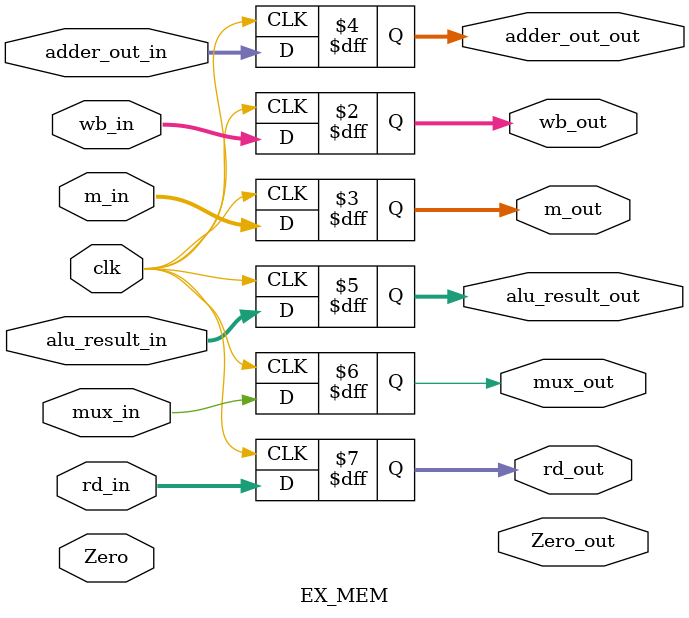
<source format=v>
module EX_MEM
(
  input [1:0]wb_in,
  input [2:0]m_in,
  input [63:0]adder_out_in,
  input [63:0]alu_result_in,
  input mux_in,
  input [4:0] rd_in,
  input clk,
  input Zero,
  
  output reg [1:0]wb_out,
  output reg [2:0]m_out,
  output reg [63:0]adder_out_out,
  output reg [63:0] alu_result_out,
  output reg mux_out,
  output reg [4:0] rd_out,
  output reg Zero_out
);

always @(posedge clk)
begin
  wb_out = wb_in;
  m_out = m_in;
  adder_out_out = adder_out_in;
  alu_result_out = alu_result_in;
  mux_out = mux_in;
  rd_out = rd_in;
end
endmodule

</source>
